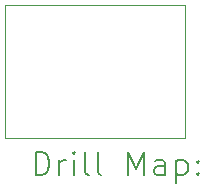
<source format=gbr>
%TF.GenerationSoftware,KiCad,Pcbnew,9.0.6*%
%TF.CreationDate,2026-01-06T15:33:42-06:00*%
%TF.ProjectId,RGBLED_1010_BOB,5247424c-4544-45f3-9130-31305f424f42,rev?*%
%TF.SameCoordinates,Original*%
%TF.FileFunction,Drillmap*%
%TF.FilePolarity,Positive*%
%FSLAX45Y45*%
G04 Gerber Fmt 4.5, Leading zero omitted, Abs format (unit mm)*
G04 Created by KiCad (PCBNEW 9.0.6) date 2026-01-06 15:33:42*
%MOMM*%
%LPD*%
G01*
G04 APERTURE LIST*
%ADD10C,0.100000*%
%ADD11C,0.200000*%
G04 APERTURE END LIST*
D10*
X10629900Y-8232940D02*
X12153900Y-8232940D01*
X12153900Y-9359314D01*
X10629900Y-9359314D01*
X10629900Y-8232940D01*
D11*
X10885677Y-9675798D02*
X10885677Y-9475798D01*
X10885677Y-9475798D02*
X10933296Y-9475798D01*
X10933296Y-9475798D02*
X10961867Y-9485321D01*
X10961867Y-9485321D02*
X10980915Y-9504369D01*
X10980915Y-9504369D02*
X10990439Y-9523417D01*
X10990439Y-9523417D02*
X10999963Y-9561512D01*
X10999963Y-9561512D02*
X10999963Y-9590083D01*
X10999963Y-9590083D02*
X10990439Y-9628179D01*
X10990439Y-9628179D02*
X10980915Y-9647226D01*
X10980915Y-9647226D02*
X10961867Y-9666274D01*
X10961867Y-9666274D02*
X10933296Y-9675798D01*
X10933296Y-9675798D02*
X10885677Y-9675798D01*
X11085677Y-9675798D02*
X11085677Y-9542464D01*
X11085677Y-9580560D02*
X11095201Y-9561512D01*
X11095201Y-9561512D02*
X11104724Y-9551988D01*
X11104724Y-9551988D02*
X11123772Y-9542464D01*
X11123772Y-9542464D02*
X11142820Y-9542464D01*
X11209486Y-9675798D02*
X11209486Y-9542464D01*
X11209486Y-9475798D02*
X11199962Y-9485321D01*
X11199962Y-9485321D02*
X11209486Y-9494845D01*
X11209486Y-9494845D02*
X11219010Y-9485321D01*
X11219010Y-9485321D02*
X11209486Y-9475798D01*
X11209486Y-9475798D02*
X11209486Y-9494845D01*
X11333296Y-9675798D02*
X11314248Y-9666274D01*
X11314248Y-9666274D02*
X11304724Y-9647226D01*
X11304724Y-9647226D02*
X11304724Y-9475798D01*
X11438058Y-9675798D02*
X11419010Y-9666274D01*
X11419010Y-9666274D02*
X11409486Y-9647226D01*
X11409486Y-9647226D02*
X11409486Y-9475798D01*
X11666629Y-9675798D02*
X11666629Y-9475798D01*
X11666629Y-9475798D02*
X11733296Y-9618655D01*
X11733296Y-9618655D02*
X11799962Y-9475798D01*
X11799962Y-9475798D02*
X11799962Y-9675798D01*
X11980915Y-9675798D02*
X11980915Y-9571036D01*
X11980915Y-9571036D02*
X11971391Y-9551988D01*
X11971391Y-9551988D02*
X11952343Y-9542464D01*
X11952343Y-9542464D02*
X11914248Y-9542464D01*
X11914248Y-9542464D02*
X11895201Y-9551988D01*
X11980915Y-9666274D02*
X11961867Y-9675798D01*
X11961867Y-9675798D02*
X11914248Y-9675798D01*
X11914248Y-9675798D02*
X11895201Y-9666274D01*
X11895201Y-9666274D02*
X11885677Y-9647226D01*
X11885677Y-9647226D02*
X11885677Y-9628179D01*
X11885677Y-9628179D02*
X11895201Y-9609131D01*
X11895201Y-9609131D02*
X11914248Y-9599607D01*
X11914248Y-9599607D02*
X11961867Y-9599607D01*
X11961867Y-9599607D02*
X11980915Y-9590083D01*
X12076153Y-9542464D02*
X12076153Y-9742464D01*
X12076153Y-9551988D02*
X12095201Y-9542464D01*
X12095201Y-9542464D02*
X12133296Y-9542464D01*
X12133296Y-9542464D02*
X12152343Y-9551988D01*
X12152343Y-9551988D02*
X12161867Y-9561512D01*
X12161867Y-9561512D02*
X12171391Y-9580560D01*
X12171391Y-9580560D02*
X12171391Y-9637702D01*
X12171391Y-9637702D02*
X12161867Y-9656750D01*
X12161867Y-9656750D02*
X12152343Y-9666274D01*
X12152343Y-9666274D02*
X12133296Y-9675798D01*
X12133296Y-9675798D02*
X12095201Y-9675798D01*
X12095201Y-9675798D02*
X12076153Y-9666274D01*
X12257105Y-9656750D02*
X12266629Y-9666274D01*
X12266629Y-9666274D02*
X12257105Y-9675798D01*
X12257105Y-9675798D02*
X12247582Y-9666274D01*
X12247582Y-9666274D02*
X12257105Y-9656750D01*
X12257105Y-9656750D02*
X12257105Y-9675798D01*
X12257105Y-9551988D02*
X12266629Y-9561512D01*
X12266629Y-9561512D02*
X12257105Y-9571036D01*
X12257105Y-9571036D02*
X12247582Y-9561512D01*
X12247582Y-9561512D02*
X12257105Y-9551988D01*
X12257105Y-9551988D02*
X12257105Y-9571036D01*
M02*

</source>
